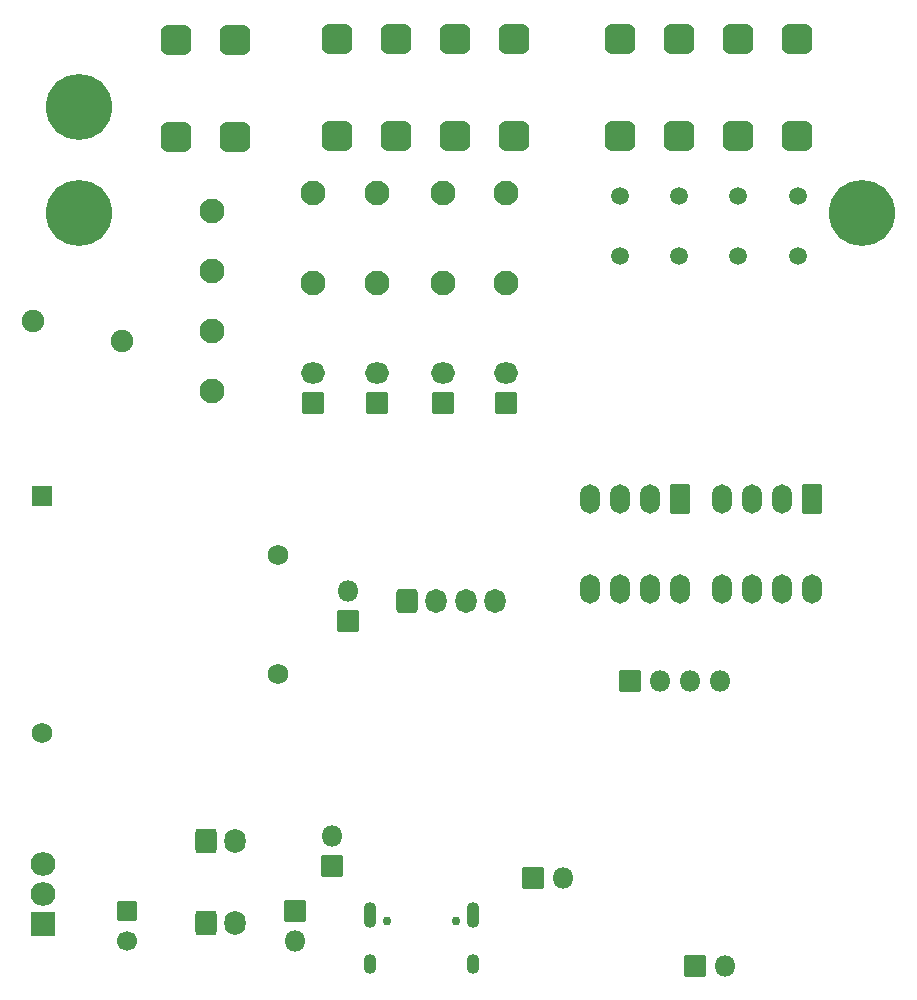
<source format=gbs>
G04 #@! TF.GenerationSoftware,KiCad,Pcbnew,(6.0.4)*
G04 #@! TF.CreationDate,2022-03-20T23:45:28+01:00*
G04 #@! TF.ProjectId,hamodule,68616d6f-6475-46c6-952e-6b696361645f,rev?*
G04 #@! TF.SameCoordinates,Original*
G04 #@! TF.FileFunction,Soldermask,Bot*
G04 #@! TF.FilePolarity,Negative*
%FSLAX46Y46*%
G04 Gerber Fmt 4.6, Leading zero omitted, Abs format (unit mm)*
G04 Created by KiCad (PCBNEW (6.0.4)) date 2022-03-20 23:45:28*
%MOMM*%
%LPD*%
G01*
G04 APERTURE LIST*
G04 Aperture macros list*
%AMRoundRect*
0 Rectangle with rounded corners*
0 $1 Rounding radius*
0 $2 $3 $4 $5 $6 $7 $8 $9 X,Y pos of 4 corners*
0 Add a 4 corners polygon primitive as box body*
4,1,4,$2,$3,$4,$5,$6,$7,$8,$9,$2,$3,0*
0 Add four circle primitives for the rounded corners*
1,1,$1+$1,$2,$3*
1,1,$1+$1,$4,$5*
1,1,$1+$1,$6,$7*
1,1,$1+$1,$8,$9*
0 Add four rect primitives between the rounded corners*
20,1,$1+$1,$2,$3,$4,$5,0*
20,1,$1+$1,$4,$5,$6,$7,0*
20,1,$1+$1,$6,$7,$8,$9,0*
20,1,$1+$1,$8,$9,$2,$3,0*%
G04 Aperture macros list end*
%ADD10RoundRect,0.050000X-0.850000X-0.850000X0.850000X-0.850000X0.850000X0.850000X-0.850000X0.850000X0*%
%ADD11O,1.800000X1.800000*%
%ADD12C,1.900000*%
%ADD13RoundRect,0.300000X-0.600000X-0.750000X0.600000X-0.750000X0.600000X0.750000X-0.600000X0.750000X0*%
%ADD14O,1.800000X2.100000*%
%ADD15RoundRect,0.050000X0.850000X0.850000X-0.850000X0.850000X-0.850000X-0.850000X0.850000X-0.850000X0*%
%ADD16RoundRect,0.300000X-0.600000X-0.725000X0.600000X-0.725000X0.600000X0.725000X-0.600000X0.725000X0*%
%ADD17O,1.800000X2.050000*%
%ADD18RoundRect,0.050000X-0.825000X-0.825000X0.825000X-0.825000X0.825000X0.825000X-0.825000X0.825000X0*%
%ADD19C,1.750000*%
%ADD20RoundRect,0.050000X1.000000X-0.952500X1.000000X0.952500X-1.000000X0.952500X-1.000000X-0.952500X0*%
%ADD21O,2.100000X2.005000*%
%ADD22C,2.100000*%
%ADD23RoundRect,0.050000X0.850000X-0.850000X0.850000X0.850000X-0.850000X0.850000X-0.850000X-0.850000X0*%
%ADD24O,2.050000X1.800000*%
%ADD25RoundRect,0.675000X0.625000X0.625000X-0.625000X0.625000X-0.625000X-0.625000X0.625000X-0.625000X0*%
%ADD26C,5.600000*%
%ADD27RoundRect,0.050000X-0.800000X1.200000X-0.800000X-1.200000X0.800000X-1.200000X0.800000X1.200000X0*%
%ADD28O,1.700000X2.500000*%
%ADD29C,1.508000*%
%ADD30C,0.750000*%
%ADD31O,1.100000X2.200000*%
%ADD32O,1.100000X1.700000*%
%ADD33RoundRect,0.050000X-0.800000X0.800000X-0.800000X-0.800000X0.800000X-0.800000X0.800000X0.800000X0*%
%ADD34C,1.700000*%
G04 APERTURE END LIST*
D10*
X150558500Y-144538700D03*
D11*
X150558500Y-147078700D03*
D12*
X128386500Y-94623500D03*
X135886500Y-96256830D03*
D13*
X143009300Y-138603500D03*
D14*
X145509300Y-138603500D03*
D15*
X155080500Y-119965500D03*
D11*
X155080500Y-117425500D03*
D16*
X160026500Y-118314500D03*
D17*
X162526500Y-118314500D03*
X165026500Y-118314500D03*
X167526500Y-118314500D03*
D18*
X129136100Y-109443500D03*
D19*
X129136100Y-129443500D03*
X149136100Y-124443500D03*
X149136100Y-114443500D03*
D20*
X129222500Y-145605500D03*
D21*
X129222500Y-143065500D03*
X129222500Y-140525500D03*
D22*
X152122800Y-83750599D03*
X152122800Y-91370599D03*
D23*
X152122800Y-101530599D03*
D24*
X152122800Y-98990599D03*
D22*
X157520300Y-83731100D03*
X157520300Y-91351100D03*
D23*
X157520300Y-101511100D03*
D24*
X157520300Y-98971100D03*
D22*
X168465500Y-83731100D03*
X168465500Y-91351100D03*
D23*
X168465500Y-101511100D03*
D24*
X168465500Y-98971100D03*
D25*
X169146500Y-78953500D03*
X169146500Y-70753501D03*
X164146500Y-78953500D03*
X164146500Y-70753501D03*
X159146500Y-78953500D03*
X159146500Y-70753501D03*
X154146500Y-78953500D03*
X154146500Y-70753501D03*
X145500100Y-78977099D03*
X145500100Y-70777100D03*
X140500100Y-78977099D03*
X140500100Y-70777100D03*
X193106500Y-78913499D03*
X193106500Y-70713500D03*
X188106500Y-78913499D03*
X188106500Y-70713500D03*
X183106500Y-78913499D03*
X183106500Y-70713500D03*
X178106500Y-78913499D03*
X178106500Y-70713500D03*
D22*
X143546500Y-85283500D03*
X143536500Y-90363500D03*
D26*
X198564500Y-85407500D03*
X132270500Y-85407500D03*
D22*
X163068000Y-83731100D03*
X163068000Y-91351100D03*
D23*
X163068000Y-101511100D03*
D24*
X163068000Y-98971100D03*
D26*
X132256500Y-76503500D03*
D27*
X183172100Y-109639100D03*
D28*
X180632100Y-109639100D03*
X178092100Y-109639100D03*
X175552100Y-109639100D03*
X175552100Y-117259100D03*
X178092100Y-117259100D03*
X180632100Y-117259100D03*
X183172100Y-117259100D03*
D27*
X194348100Y-109639100D03*
D28*
X191808100Y-109639100D03*
X189268100Y-109639100D03*
X186728100Y-109639100D03*
X186728100Y-117259100D03*
X189268100Y-117259100D03*
X191808100Y-117259100D03*
X194348100Y-117259100D03*
D13*
X143009300Y-145580100D03*
D14*
X145509300Y-145580100D03*
D23*
X178955700Y-125082300D03*
D11*
X181495700Y-125082300D03*
X184035700Y-125082300D03*
X186575700Y-125082300D03*
D23*
X184442100Y-149161500D03*
D11*
X186982100Y-149161500D03*
D15*
X153733500Y-140708300D03*
D11*
X153733500Y-138168300D03*
D29*
X183070500Y-89090500D03*
X183070500Y-84010500D03*
X193128900Y-89090500D03*
X193128900Y-84010500D03*
D23*
X170700700Y-141719300D03*
D11*
X173240700Y-141719300D03*
D30*
X158383000Y-145400900D03*
X164163000Y-145400900D03*
D31*
X165593000Y-144870900D03*
D32*
X165593000Y-149050900D03*
D31*
X156953000Y-144870900D03*
D32*
X156953000Y-149050900D03*
D29*
X188099700Y-89090500D03*
X188099700Y-84010500D03*
D22*
X143546500Y-95413500D03*
X143536500Y-100493500D03*
D33*
X136334500Y-144575521D03*
D34*
X136334500Y-147075521D03*
D29*
X178092100Y-89090500D03*
X178092100Y-84010500D03*
M02*

</source>
